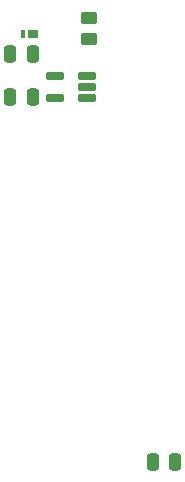
<source format=gbr>
%TF.GenerationSoftware,KiCad,Pcbnew,9.0.2*%
%TF.CreationDate,2025-06-25T22:40:44-04:00*%
%TF.ProjectId,NK_BMS,4e4b5f42-4d53-42e6-9b69-6361645f7063,rev?*%
%TF.SameCoordinates,Original*%
%TF.FileFunction,Paste,Bot*%
%TF.FilePolarity,Positive*%
%FSLAX46Y46*%
G04 Gerber Fmt 4.6, Leading zero omitted, Abs format (unit mm)*
G04 Created by KiCad (PCBNEW 9.0.2) date 2025-06-25 22:40:44*
%MOMM*%
%LPD*%
G01*
G04 APERTURE LIST*
G04 Aperture macros list*
%AMRoundRect*
0 Rectangle with rounded corners*
0 $1 Rounding radius*
0 $2 $3 $4 $5 $6 $7 $8 $9 X,Y pos of 4 corners*
0 Add a 4 corners polygon primitive as box body*
4,1,4,$2,$3,$4,$5,$6,$7,$8,$9,$2,$3,0*
0 Add four circle primitives for the rounded corners*
1,1,$1+$1,$2,$3*
1,1,$1+$1,$4,$5*
1,1,$1+$1,$6,$7*
1,1,$1+$1,$8,$9*
0 Add four rect primitives between the rounded corners*
20,1,$1+$1,$2,$3,$4,$5,0*
20,1,$1+$1,$4,$5,$6,$7,0*
20,1,$1+$1,$6,$7,$8,$9,0*
20,1,$1+$1,$8,$9,$2,$3,0*%
G04 Aperture macros list end*
%ADD10RoundRect,0.250000X-0.250000X-0.475000X0.250000X-0.475000X0.250000X0.475000X-0.250000X0.475000X0*%
%ADD11RoundRect,0.162500X0.617500X0.162500X-0.617500X0.162500X-0.617500X-0.162500X0.617500X-0.162500X0*%
%ADD12RoundRect,0.075000X0.390000X0.275000X-0.390000X0.275000X-0.390000X-0.275000X0.390000X-0.275000X0*%
%ADD13RoundRect,0.075000X0.075000X0.275000X-0.075000X0.275000X-0.075000X-0.275000X0.075000X-0.275000X0*%
%ADD14RoundRect,0.250000X0.450000X-0.262500X0.450000X0.262500X-0.450000X0.262500X-0.450000X-0.262500X0*%
G04 APERTURE END LIST*
D10*
%TO.C,C3*%
X136700000Y-118900000D03*
X138600000Y-118900000D03*
%TD*%
%TO.C,C1*%
X124650000Y-84400000D03*
X126550000Y-84400000D03*
%TD*%
D11*
%TO.C,U1*%
X131150000Y-86200000D03*
X131150000Y-87150000D03*
X131150000Y-88100000D03*
X128450000Y-88100000D03*
X128450000Y-86200000D03*
%TD*%
D10*
%TO.C,C2*%
X124650000Y-88000000D03*
X126550000Y-88000000D03*
%TD*%
D12*
%TO.C,D1*%
X126585000Y-82700000D03*
D13*
X125700000Y-82700000D03*
%TD*%
D14*
%TO.C,R2*%
X131300000Y-83112500D03*
X131300000Y-81287500D03*
%TD*%
M02*

</source>
